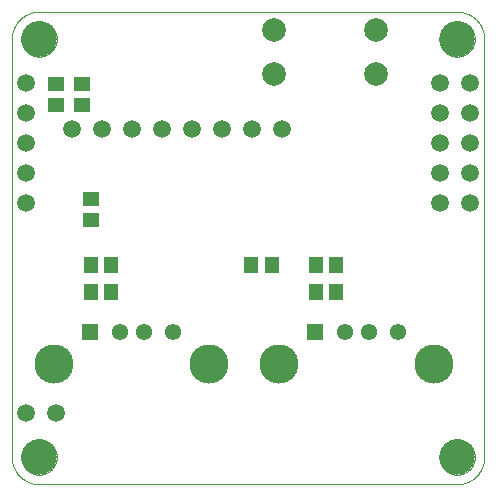
<source format=gbs>
G04 EAGLE Gerber RS-274X export*
G75*
%MOMM*%
%FSLAX34Y34*%
%LPD*%
%INSolder Stop Mask Bottom*%
%IPPOS*%
%AMOC8*
5,1,8,0,0,1.08239X$1,22.5*%
G01*
G04 Define Apertures*
%ADD10C,0.000000*%
%ADD11R,1.380000X1.380000*%
%ADD12C,1.380000*%
%ADD13C,3.316000*%
%ADD14C,1.500000*%
%ADD15C,3.000000*%
%ADD16C,2.010000*%
%ADD17R,1.164600X1.465300*%
%ADD18R,1.465300X1.164600*%
D10*
X23000Y400000D02*
X22444Y399993D01*
X21889Y399973D01*
X21334Y399940D01*
X20780Y399893D01*
X20228Y399832D01*
X19677Y399759D01*
X19128Y399672D01*
X18581Y399572D01*
X18037Y399458D01*
X17496Y399332D01*
X16958Y399192D01*
X16423Y399040D01*
X15893Y398874D01*
X15366Y398696D01*
X14844Y398505D01*
X14327Y398302D01*
X13815Y398086D01*
X13308Y397858D01*
X12807Y397618D01*
X12311Y397365D01*
X11822Y397101D01*
X11340Y396825D01*
X10864Y396538D01*
X10396Y396239D01*
X9935Y395929D01*
X9481Y395607D01*
X9035Y395275D01*
X8598Y394933D01*
X8169Y394579D01*
X7748Y394216D01*
X7337Y393842D01*
X6934Y393459D01*
X6541Y393066D01*
X6158Y392663D01*
X5784Y392252D01*
X5421Y391831D01*
X5067Y391402D01*
X4725Y390965D01*
X4393Y390519D01*
X4071Y390065D01*
X3761Y389604D01*
X3462Y389136D01*
X3175Y388660D01*
X2899Y388178D01*
X2635Y387689D01*
X2382Y387193D01*
X2142Y386692D01*
X1914Y386185D01*
X1698Y385673D01*
X1495Y385156D01*
X1304Y384634D01*
X1126Y384107D01*
X960Y383577D01*
X808Y383042D01*
X668Y382504D01*
X542Y381963D01*
X428Y381419D01*
X328Y380872D01*
X241Y380323D01*
X168Y379772D01*
X107Y379220D01*
X60Y378666D01*
X27Y378111D01*
X7Y377556D01*
X0Y377000D01*
X23000Y400000D02*
X377000Y400000D01*
X377556Y399993D01*
X378111Y399973D01*
X378666Y399940D01*
X379220Y399893D01*
X379772Y399832D01*
X380323Y399759D01*
X380872Y399672D01*
X381419Y399572D01*
X381963Y399458D01*
X382504Y399332D01*
X383042Y399192D01*
X383577Y399040D01*
X384107Y398874D01*
X384634Y398696D01*
X385156Y398505D01*
X385673Y398302D01*
X386185Y398086D01*
X386692Y397858D01*
X387193Y397618D01*
X387689Y397365D01*
X388178Y397101D01*
X388660Y396825D01*
X389136Y396538D01*
X389604Y396239D01*
X390065Y395929D01*
X390519Y395607D01*
X390965Y395275D01*
X391402Y394933D01*
X391831Y394579D01*
X392252Y394216D01*
X392663Y393842D01*
X393066Y393459D01*
X393459Y393066D01*
X393842Y392663D01*
X394216Y392252D01*
X394579Y391831D01*
X394933Y391402D01*
X395275Y390965D01*
X395607Y390519D01*
X395929Y390065D01*
X396239Y389604D01*
X396538Y389136D01*
X396825Y388660D01*
X397101Y388178D01*
X397365Y387689D01*
X397618Y387193D01*
X397858Y386692D01*
X398086Y386185D01*
X398302Y385673D01*
X398505Y385156D01*
X398696Y384634D01*
X398874Y384107D01*
X399040Y383577D01*
X399192Y383042D01*
X399332Y382504D01*
X399458Y381963D01*
X399572Y381419D01*
X399672Y380872D01*
X399759Y380323D01*
X399832Y379772D01*
X399893Y379220D01*
X399940Y378666D01*
X399973Y378111D01*
X399993Y377556D01*
X400000Y377000D01*
X400000Y23000D01*
X399993Y22444D01*
X399973Y21889D01*
X399940Y21334D01*
X399893Y20780D01*
X399832Y20228D01*
X399759Y19677D01*
X399672Y19128D01*
X399572Y18581D01*
X399458Y18037D01*
X399332Y17496D01*
X399192Y16958D01*
X399040Y16423D01*
X398874Y15893D01*
X398696Y15366D01*
X398505Y14844D01*
X398302Y14327D01*
X398086Y13815D01*
X397858Y13308D01*
X397618Y12807D01*
X397365Y12311D01*
X397101Y11822D01*
X396825Y11340D01*
X396538Y10864D01*
X396239Y10396D01*
X395929Y9935D01*
X395607Y9481D01*
X395275Y9035D01*
X394933Y8598D01*
X394579Y8169D01*
X394216Y7748D01*
X393842Y7337D01*
X393459Y6934D01*
X393066Y6541D01*
X392663Y6158D01*
X392252Y5784D01*
X391831Y5421D01*
X391402Y5067D01*
X390965Y4725D01*
X390519Y4393D01*
X390065Y4071D01*
X389604Y3761D01*
X389136Y3462D01*
X388660Y3175D01*
X388178Y2899D01*
X387689Y2635D01*
X387193Y2382D01*
X386692Y2142D01*
X386185Y1914D01*
X385673Y1698D01*
X385156Y1495D01*
X384634Y1304D01*
X384107Y1126D01*
X383577Y960D01*
X383042Y808D01*
X382504Y668D01*
X381963Y542D01*
X381419Y428D01*
X380872Y328D01*
X380323Y241D01*
X379772Y168D01*
X379220Y107D01*
X378666Y60D01*
X378111Y27D01*
X377556Y7D01*
X377000Y0D01*
X23000Y0D01*
X22444Y7D01*
X21889Y27D01*
X21334Y60D01*
X20780Y107D01*
X20228Y168D01*
X19677Y241D01*
X19128Y328D01*
X18581Y428D01*
X18037Y542D01*
X17496Y668D01*
X16958Y808D01*
X16423Y960D01*
X15893Y1126D01*
X15366Y1304D01*
X14844Y1495D01*
X14327Y1698D01*
X13815Y1914D01*
X13308Y2142D01*
X12807Y2382D01*
X12311Y2635D01*
X11822Y2899D01*
X11340Y3175D01*
X10864Y3462D01*
X10396Y3761D01*
X9935Y4071D01*
X9481Y4393D01*
X9035Y4725D01*
X8598Y5067D01*
X8169Y5421D01*
X7748Y5784D01*
X7337Y6158D01*
X6934Y6541D01*
X6541Y6934D01*
X6158Y7337D01*
X5784Y7748D01*
X5421Y8169D01*
X5067Y8598D01*
X4725Y9035D01*
X4393Y9481D01*
X4071Y9935D01*
X3761Y10396D01*
X3462Y10864D01*
X3175Y11340D01*
X2899Y11822D01*
X2635Y12311D01*
X2382Y12807D01*
X2142Y13308D01*
X1914Y13815D01*
X1698Y14327D01*
X1495Y14844D01*
X1304Y15366D01*
X1126Y15893D01*
X960Y16423D01*
X808Y16958D01*
X668Y17496D01*
X542Y18037D01*
X428Y18581D01*
X328Y19128D01*
X241Y19677D01*
X168Y20228D01*
X107Y20780D01*
X60Y21334D01*
X27Y21889D01*
X7Y22444D01*
X0Y23000D01*
X0Y377000D01*
D11*
X257100Y128700D03*
D12*
X282100Y128700D03*
X302100Y128700D03*
X327100Y128700D03*
D13*
X226400Y101600D03*
X357800Y101600D03*
D11*
X66600Y128700D03*
D12*
X91600Y128700D03*
X111600Y128700D03*
X136600Y128700D03*
D13*
X35900Y101600D03*
X167300Y101600D03*
D14*
X12000Y339700D03*
X12000Y314300D03*
X12000Y288900D03*
X12000Y263500D03*
X12000Y238100D03*
X12000Y60300D03*
X37400Y60300D03*
X362300Y339700D03*
X387700Y339700D03*
X362300Y314300D03*
X387700Y314300D03*
X362300Y288900D03*
X387700Y288900D03*
X387700Y263500D03*
X362300Y238100D03*
X387700Y238100D03*
D10*
X8000Y23000D02*
X8005Y23368D01*
X8018Y23736D01*
X8041Y24103D01*
X8072Y24470D01*
X8113Y24836D01*
X8162Y25201D01*
X8221Y25564D01*
X8288Y25926D01*
X8364Y26287D01*
X8450Y26645D01*
X8543Y27001D01*
X8646Y27354D01*
X8757Y27705D01*
X8877Y28053D01*
X9005Y28398D01*
X9142Y28740D01*
X9287Y29079D01*
X9440Y29413D01*
X9602Y29744D01*
X9771Y30071D01*
X9949Y30393D01*
X10134Y30712D01*
X10327Y31025D01*
X10528Y31334D01*
X10736Y31637D01*
X10952Y31935D01*
X11175Y32228D01*
X11405Y32516D01*
X11642Y32798D01*
X11886Y33073D01*
X12136Y33343D01*
X12393Y33607D01*
X12657Y33864D01*
X12927Y34114D01*
X13202Y34358D01*
X13484Y34595D01*
X13772Y34825D01*
X14065Y35048D01*
X14363Y35264D01*
X14666Y35472D01*
X14975Y35673D01*
X15288Y35866D01*
X15607Y36051D01*
X15929Y36229D01*
X16256Y36398D01*
X16587Y36560D01*
X16921Y36713D01*
X17260Y36858D01*
X17602Y36995D01*
X17947Y37123D01*
X18295Y37243D01*
X18646Y37354D01*
X18999Y37457D01*
X19355Y37550D01*
X19713Y37636D01*
X20074Y37712D01*
X20436Y37779D01*
X20799Y37838D01*
X21164Y37887D01*
X21530Y37928D01*
X21897Y37959D01*
X22264Y37982D01*
X22632Y37995D01*
X23000Y38000D01*
X23368Y37995D01*
X23736Y37982D01*
X24103Y37959D01*
X24470Y37928D01*
X24836Y37887D01*
X25201Y37838D01*
X25564Y37779D01*
X25926Y37712D01*
X26287Y37636D01*
X26645Y37550D01*
X27001Y37457D01*
X27354Y37354D01*
X27705Y37243D01*
X28053Y37123D01*
X28398Y36995D01*
X28740Y36858D01*
X29079Y36713D01*
X29413Y36560D01*
X29744Y36398D01*
X30071Y36229D01*
X30393Y36051D01*
X30712Y35866D01*
X31025Y35673D01*
X31334Y35472D01*
X31637Y35264D01*
X31935Y35048D01*
X32228Y34825D01*
X32516Y34595D01*
X32798Y34358D01*
X33073Y34114D01*
X33343Y33864D01*
X33607Y33607D01*
X33864Y33343D01*
X34114Y33073D01*
X34358Y32798D01*
X34595Y32516D01*
X34825Y32228D01*
X35048Y31935D01*
X35264Y31637D01*
X35472Y31334D01*
X35673Y31025D01*
X35866Y30712D01*
X36051Y30393D01*
X36229Y30071D01*
X36398Y29744D01*
X36560Y29413D01*
X36713Y29079D01*
X36858Y28740D01*
X36995Y28398D01*
X37123Y28053D01*
X37243Y27705D01*
X37354Y27354D01*
X37457Y27001D01*
X37550Y26645D01*
X37636Y26287D01*
X37712Y25926D01*
X37779Y25564D01*
X37838Y25201D01*
X37887Y24836D01*
X37928Y24470D01*
X37959Y24103D01*
X37982Y23736D01*
X37995Y23368D01*
X38000Y23000D01*
X37995Y22632D01*
X37982Y22264D01*
X37959Y21897D01*
X37928Y21530D01*
X37887Y21164D01*
X37838Y20799D01*
X37779Y20436D01*
X37712Y20074D01*
X37636Y19713D01*
X37550Y19355D01*
X37457Y18999D01*
X37354Y18646D01*
X37243Y18295D01*
X37123Y17947D01*
X36995Y17602D01*
X36858Y17260D01*
X36713Y16921D01*
X36560Y16587D01*
X36398Y16256D01*
X36229Y15929D01*
X36051Y15607D01*
X35866Y15288D01*
X35673Y14975D01*
X35472Y14666D01*
X35264Y14363D01*
X35048Y14065D01*
X34825Y13772D01*
X34595Y13484D01*
X34358Y13202D01*
X34114Y12927D01*
X33864Y12657D01*
X33607Y12393D01*
X33343Y12136D01*
X33073Y11886D01*
X32798Y11642D01*
X32516Y11405D01*
X32228Y11175D01*
X31935Y10952D01*
X31637Y10736D01*
X31334Y10528D01*
X31025Y10327D01*
X30712Y10134D01*
X30393Y9949D01*
X30071Y9771D01*
X29744Y9602D01*
X29413Y9440D01*
X29079Y9287D01*
X28740Y9142D01*
X28398Y9005D01*
X28053Y8877D01*
X27705Y8757D01*
X27354Y8646D01*
X27001Y8543D01*
X26645Y8450D01*
X26287Y8364D01*
X25926Y8288D01*
X25564Y8221D01*
X25201Y8162D01*
X24836Y8113D01*
X24470Y8072D01*
X24103Y8041D01*
X23736Y8018D01*
X23368Y8005D01*
X23000Y8000D01*
X22632Y8005D01*
X22264Y8018D01*
X21897Y8041D01*
X21530Y8072D01*
X21164Y8113D01*
X20799Y8162D01*
X20436Y8221D01*
X20074Y8288D01*
X19713Y8364D01*
X19355Y8450D01*
X18999Y8543D01*
X18646Y8646D01*
X18295Y8757D01*
X17947Y8877D01*
X17602Y9005D01*
X17260Y9142D01*
X16921Y9287D01*
X16587Y9440D01*
X16256Y9602D01*
X15929Y9771D01*
X15607Y9949D01*
X15288Y10134D01*
X14975Y10327D01*
X14666Y10528D01*
X14363Y10736D01*
X14065Y10952D01*
X13772Y11175D01*
X13484Y11405D01*
X13202Y11642D01*
X12927Y11886D01*
X12657Y12136D01*
X12393Y12393D01*
X12136Y12657D01*
X11886Y12927D01*
X11642Y13202D01*
X11405Y13484D01*
X11175Y13772D01*
X10952Y14065D01*
X10736Y14363D01*
X10528Y14666D01*
X10327Y14975D01*
X10134Y15288D01*
X9949Y15607D01*
X9771Y15929D01*
X9602Y16256D01*
X9440Y16587D01*
X9287Y16921D01*
X9142Y17260D01*
X9005Y17602D01*
X8877Y17947D01*
X8757Y18295D01*
X8646Y18646D01*
X8543Y18999D01*
X8450Y19355D01*
X8364Y19713D01*
X8288Y20074D01*
X8221Y20436D01*
X8162Y20799D01*
X8113Y21164D01*
X8072Y21530D01*
X8041Y21897D01*
X8018Y22264D01*
X8005Y22632D01*
X8000Y23000D01*
D15*
X23000Y23000D03*
D10*
X8000Y377000D02*
X8005Y377368D01*
X8018Y377736D01*
X8041Y378103D01*
X8072Y378470D01*
X8113Y378836D01*
X8162Y379201D01*
X8221Y379564D01*
X8288Y379926D01*
X8364Y380287D01*
X8450Y380645D01*
X8543Y381001D01*
X8646Y381354D01*
X8757Y381705D01*
X8877Y382053D01*
X9005Y382398D01*
X9142Y382740D01*
X9287Y383079D01*
X9440Y383413D01*
X9602Y383744D01*
X9771Y384071D01*
X9949Y384393D01*
X10134Y384712D01*
X10327Y385025D01*
X10528Y385334D01*
X10736Y385637D01*
X10952Y385935D01*
X11175Y386228D01*
X11405Y386516D01*
X11642Y386798D01*
X11886Y387073D01*
X12136Y387343D01*
X12393Y387607D01*
X12657Y387864D01*
X12927Y388114D01*
X13202Y388358D01*
X13484Y388595D01*
X13772Y388825D01*
X14065Y389048D01*
X14363Y389264D01*
X14666Y389472D01*
X14975Y389673D01*
X15288Y389866D01*
X15607Y390051D01*
X15929Y390229D01*
X16256Y390398D01*
X16587Y390560D01*
X16921Y390713D01*
X17260Y390858D01*
X17602Y390995D01*
X17947Y391123D01*
X18295Y391243D01*
X18646Y391354D01*
X18999Y391457D01*
X19355Y391550D01*
X19713Y391636D01*
X20074Y391712D01*
X20436Y391779D01*
X20799Y391838D01*
X21164Y391887D01*
X21530Y391928D01*
X21897Y391959D01*
X22264Y391982D01*
X22632Y391995D01*
X23000Y392000D01*
X23368Y391995D01*
X23736Y391982D01*
X24103Y391959D01*
X24470Y391928D01*
X24836Y391887D01*
X25201Y391838D01*
X25564Y391779D01*
X25926Y391712D01*
X26287Y391636D01*
X26645Y391550D01*
X27001Y391457D01*
X27354Y391354D01*
X27705Y391243D01*
X28053Y391123D01*
X28398Y390995D01*
X28740Y390858D01*
X29079Y390713D01*
X29413Y390560D01*
X29744Y390398D01*
X30071Y390229D01*
X30393Y390051D01*
X30712Y389866D01*
X31025Y389673D01*
X31334Y389472D01*
X31637Y389264D01*
X31935Y389048D01*
X32228Y388825D01*
X32516Y388595D01*
X32798Y388358D01*
X33073Y388114D01*
X33343Y387864D01*
X33607Y387607D01*
X33864Y387343D01*
X34114Y387073D01*
X34358Y386798D01*
X34595Y386516D01*
X34825Y386228D01*
X35048Y385935D01*
X35264Y385637D01*
X35472Y385334D01*
X35673Y385025D01*
X35866Y384712D01*
X36051Y384393D01*
X36229Y384071D01*
X36398Y383744D01*
X36560Y383413D01*
X36713Y383079D01*
X36858Y382740D01*
X36995Y382398D01*
X37123Y382053D01*
X37243Y381705D01*
X37354Y381354D01*
X37457Y381001D01*
X37550Y380645D01*
X37636Y380287D01*
X37712Y379926D01*
X37779Y379564D01*
X37838Y379201D01*
X37887Y378836D01*
X37928Y378470D01*
X37959Y378103D01*
X37982Y377736D01*
X37995Y377368D01*
X38000Y377000D01*
X37995Y376632D01*
X37982Y376264D01*
X37959Y375897D01*
X37928Y375530D01*
X37887Y375164D01*
X37838Y374799D01*
X37779Y374436D01*
X37712Y374074D01*
X37636Y373713D01*
X37550Y373355D01*
X37457Y372999D01*
X37354Y372646D01*
X37243Y372295D01*
X37123Y371947D01*
X36995Y371602D01*
X36858Y371260D01*
X36713Y370921D01*
X36560Y370587D01*
X36398Y370256D01*
X36229Y369929D01*
X36051Y369607D01*
X35866Y369288D01*
X35673Y368975D01*
X35472Y368666D01*
X35264Y368363D01*
X35048Y368065D01*
X34825Y367772D01*
X34595Y367484D01*
X34358Y367202D01*
X34114Y366927D01*
X33864Y366657D01*
X33607Y366393D01*
X33343Y366136D01*
X33073Y365886D01*
X32798Y365642D01*
X32516Y365405D01*
X32228Y365175D01*
X31935Y364952D01*
X31637Y364736D01*
X31334Y364528D01*
X31025Y364327D01*
X30712Y364134D01*
X30393Y363949D01*
X30071Y363771D01*
X29744Y363602D01*
X29413Y363440D01*
X29079Y363287D01*
X28740Y363142D01*
X28398Y363005D01*
X28053Y362877D01*
X27705Y362757D01*
X27354Y362646D01*
X27001Y362543D01*
X26645Y362450D01*
X26287Y362364D01*
X25926Y362288D01*
X25564Y362221D01*
X25201Y362162D01*
X24836Y362113D01*
X24470Y362072D01*
X24103Y362041D01*
X23736Y362018D01*
X23368Y362005D01*
X23000Y362000D01*
X22632Y362005D01*
X22264Y362018D01*
X21897Y362041D01*
X21530Y362072D01*
X21164Y362113D01*
X20799Y362162D01*
X20436Y362221D01*
X20074Y362288D01*
X19713Y362364D01*
X19355Y362450D01*
X18999Y362543D01*
X18646Y362646D01*
X18295Y362757D01*
X17947Y362877D01*
X17602Y363005D01*
X17260Y363142D01*
X16921Y363287D01*
X16587Y363440D01*
X16256Y363602D01*
X15929Y363771D01*
X15607Y363949D01*
X15288Y364134D01*
X14975Y364327D01*
X14666Y364528D01*
X14363Y364736D01*
X14065Y364952D01*
X13772Y365175D01*
X13484Y365405D01*
X13202Y365642D01*
X12927Y365886D01*
X12657Y366136D01*
X12393Y366393D01*
X12136Y366657D01*
X11886Y366927D01*
X11642Y367202D01*
X11405Y367484D01*
X11175Y367772D01*
X10952Y368065D01*
X10736Y368363D01*
X10528Y368666D01*
X10327Y368975D01*
X10134Y369288D01*
X9949Y369607D01*
X9771Y369929D01*
X9602Y370256D01*
X9440Y370587D01*
X9287Y370921D01*
X9142Y371260D01*
X9005Y371602D01*
X8877Y371947D01*
X8757Y372295D01*
X8646Y372646D01*
X8543Y372999D01*
X8450Y373355D01*
X8364Y373713D01*
X8288Y374074D01*
X8221Y374436D01*
X8162Y374799D01*
X8113Y375164D01*
X8072Y375530D01*
X8041Y375897D01*
X8018Y376264D01*
X8005Y376632D01*
X8000Y377000D01*
D15*
X23000Y377000D03*
D10*
X362000Y23000D02*
X362005Y23368D01*
X362018Y23736D01*
X362041Y24103D01*
X362072Y24470D01*
X362113Y24836D01*
X362162Y25201D01*
X362221Y25564D01*
X362288Y25926D01*
X362364Y26287D01*
X362450Y26645D01*
X362543Y27001D01*
X362646Y27354D01*
X362757Y27705D01*
X362877Y28053D01*
X363005Y28398D01*
X363142Y28740D01*
X363287Y29079D01*
X363440Y29413D01*
X363602Y29744D01*
X363771Y30071D01*
X363949Y30393D01*
X364134Y30712D01*
X364327Y31025D01*
X364528Y31334D01*
X364736Y31637D01*
X364952Y31935D01*
X365175Y32228D01*
X365405Y32516D01*
X365642Y32798D01*
X365886Y33073D01*
X366136Y33343D01*
X366393Y33607D01*
X366657Y33864D01*
X366927Y34114D01*
X367202Y34358D01*
X367484Y34595D01*
X367772Y34825D01*
X368065Y35048D01*
X368363Y35264D01*
X368666Y35472D01*
X368975Y35673D01*
X369288Y35866D01*
X369607Y36051D01*
X369929Y36229D01*
X370256Y36398D01*
X370587Y36560D01*
X370921Y36713D01*
X371260Y36858D01*
X371602Y36995D01*
X371947Y37123D01*
X372295Y37243D01*
X372646Y37354D01*
X372999Y37457D01*
X373355Y37550D01*
X373713Y37636D01*
X374074Y37712D01*
X374436Y37779D01*
X374799Y37838D01*
X375164Y37887D01*
X375530Y37928D01*
X375897Y37959D01*
X376264Y37982D01*
X376632Y37995D01*
X377000Y38000D01*
X377368Y37995D01*
X377736Y37982D01*
X378103Y37959D01*
X378470Y37928D01*
X378836Y37887D01*
X379201Y37838D01*
X379564Y37779D01*
X379926Y37712D01*
X380287Y37636D01*
X380645Y37550D01*
X381001Y37457D01*
X381354Y37354D01*
X381705Y37243D01*
X382053Y37123D01*
X382398Y36995D01*
X382740Y36858D01*
X383079Y36713D01*
X383413Y36560D01*
X383744Y36398D01*
X384071Y36229D01*
X384393Y36051D01*
X384712Y35866D01*
X385025Y35673D01*
X385334Y35472D01*
X385637Y35264D01*
X385935Y35048D01*
X386228Y34825D01*
X386516Y34595D01*
X386798Y34358D01*
X387073Y34114D01*
X387343Y33864D01*
X387607Y33607D01*
X387864Y33343D01*
X388114Y33073D01*
X388358Y32798D01*
X388595Y32516D01*
X388825Y32228D01*
X389048Y31935D01*
X389264Y31637D01*
X389472Y31334D01*
X389673Y31025D01*
X389866Y30712D01*
X390051Y30393D01*
X390229Y30071D01*
X390398Y29744D01*
X390560Y29413D01*
X390713Y29079D01*
X390858Y28740D01*
X390995Y28398D01*
X391123Y28053D01*
X391243Y27705D01*
X391354Y27354D01*
X391457Y27001D01*
X391550Y26645D01*
X391636Y26287D01*
X391712Y25926D01*
X391779Y25564D01*
X391838Y25201D01*
X391887Y24836D01*
X391928Y24470D01*
X391959Y24103D01*
X391982Y23736D01*
X391995Y23368D01*
X392000Y23000D01*
X391995Y22632D01*
X391982Y22264D01*
X391959Y21897D01*
X391928Y21530D01*
X391887Y21164D01*
X391838Y20799D01*
X391779Y20436D01*
X391712Y20074D01*
X391636Y19713D01*
X391550Y19355D01*
X391457Y18999D01*
X391354Y18646D01*
X391243Y18295D01*
X391123Y17947D01*
X390995Y17602D01*
X390858Y17260D01*
X390713Y16921D01*
X390560Y16587D01*
X390398Y16256D01*
X390229Y15929D01*
X390051Y15607D01*
X389866Y15288D01*
X389673Y14975D01*
X389472Y14666D01*
X389264Y14363D01*
X389048Y14065D01*
X388825Y13772D01*
X388595Y13484D01*
X388358Y13202D01*
X388114Y12927D01*
X387864Y12657D01*
X387607Y12393D01*
X387343Y12136D01*
X387073Y11886D01*
X386798Y11642D01*
X386516Y11405D01*
X386228Y11175D01*
X385935Y10952D01*
X385637Y10736D01*
X385334Y10528D01*
X385025Y10327D01*
X384712Y10134D01*
X384393Y9949D01*
X384071Y9771D01*
X383744Y9602D01*
X383413Y9440D01*
X383079Y9287D01*
X382740Y9142D01*
X382398Y9005D01*
X382053Y8877D01*
X381705Y8757D01*
X381354Y8646D01*
X381001Y8543D01*
X380645Y8450D01*
X380287Y8364D01*
X379926Y8288D01*
X379564Y8221D01*
X379201Y8162D01*
X378836Y8113D01*
X378470Y8072D01*
X378103Y8041D01*
X377736Y8018D01*
X377368Y8005D01*
X377000Y8000D01*
X376632Y8005D01*
X376264Y8018D01*
X375897Y8041D01*
X375530Y8072D01*
X375164Y8113D01*
X374799Y8162D01*
X374436Y8221D01*
X374074Y8288D01*
X373713Y8364D01*
X373355Y8450D01*
X372999Y8543D01*
X372646Y8646D01*
X372295Y8757D01*
X371947Y8877D01*
X371602Y9005D01*
X371260Y9142D01*
X370921Y9287D01*
X370587Y9440D01*
X370256Y9602D01*
X369929Y9771D01*
X369607Y9949D01*
X369288Y10134D01*
X368975Y10327D01*
X368666Y10528D01*
X368363Y10736D01*
X368065Y10952D01*
X367772Y11175D01*
X367484Y11405D01*
X367202Y11642D01*
X366927Y11886D01*
X366657Y12136D01*
X366393Y12393D01*
X366136Y12657D01*
X365886Y12927D01*
X365642Y13202D01*
X365405Y13484D01*
X365175Y13772D01*
X364952Y14065D01*
X364736Y14363D01*
X364528Y14666D01*
X364327Y14975D01*
X364134Y15288D01*
X363949Y15607D01*
X363771Y15929D01*
X363602Y16256D01*
X363440Y16587D01*
X363287Y16921D01*
X363142Y17260D01*
X363005Y17602D01*
X362877Y17947D01*
X362757Y18295D01*
X362646Y18646D01*
X362543Y18999D01*
X362450Y19355D01*
X362364Y19713D01*
X362288Y20074D01*
X362221Y20436D01*
X362162Y20799D01*
X362113Y21164D01*
X362072Y21530D01*
X362041Y21897D01*
X362018Y22264D01*
X362005Y22632D01*
X362000Y23000D01*
D15*
X377000Y23000D03*
D10*
X362000Y377000D02*
X362005Y377368D01*
X362018Y377736D01*
X362041Y378103D01*
X362072Y378470D01*
X362113Y378836D01*
X362162Y379201D01*
X362221Y379564D01*
X362288Y379926D01*
X362364Y380287D01*
X362450Y380645D01*
X362543Y381001D01*
X362646Y381354D01*
X362757Y381705D01*
X362877Y382053D01*
X363005Y382398D01*
X363142Y382740D01*
X363287Y383079D01*
X363440Y383413D01*
X363602Y383744D01*
X363771Y384071D01*
X363949Y384393D01*
X364134Y384712D01*
X364327Y385025D01*
X364528Y385334D01*
X364736Y385637D01*
X364952Y385935D01*
X365175Y386228D01*
X365405Y386516D01*
X365642Y386798D01*
X365886Y387073D01*
X366136Y387343D01*
X366393Y387607D01*
X366657Y387864D01*
X366927Y388114D01*
X367202Y388358D01*
X367484Y388595D01*
X367772Y388825D01*
X368065Y389048D01*
X368363Y389264D01*
X368666Y389472D01*
X368975Y389673D01*
X369288Y389866D01*
X369607Y390051D01*
X369929Y390229D01*
X370256Y390398D01*
X370587Y390560D01*
X370921Y390713D01*
X371260Y390858D01*
X371602Y390995D01*
X371947Y391123D01*
X372295Y391243D01*
X372646Y391354D01*
X372999Y391457D01*
X373355Y391550D01*
X373713Y391636D01*
X374074Y391712D01*
X374436Y391779D01*
X374799Y391838D01*
X375164Y391887D01*
X375530Y391928D01*
X375897Y391959D01*
X376264Y391982D01*
X376632Y391995D01*
X377000Y392000D01*
X377368Y391995D01*
X377736Y391982D01*
X378103Y391959D01*
X378470Y391928D01*
X378836Y391887D01*
X379201Y391838D01*
X379564Y391779D01*
X379926Y391712D01*
X380287Y391636D01*
X380645Y391550D01*
X381001Y391457D01*
X381354Y391354D01*
X381705Y391243D01*
X382053Y391123D01*
X382398Y390995D01*
X382740Y390858D01*
X383079Y390713D01*
X383413Y390560D01*
X383744Y390398D01*
X384071Y390229D01*
X384393Y390051D01*
X384712Y389866D01*
X385025Y389673D01*
X385334Y389472D01*
X385637Y389264D01*
X385935Y389048D01*
X386228Y388825D01*
X386516Y388595D01*
X386798Y388358D01*
X387073Y388114D01*
X387343Y387864D01*
X387607Y387607D01*
X387864Y387343D01*
X388114Y387073D01*
X388358Y386798D01*
X388595Y386516D01*
X388825Y386228D01*
X389048Y385935D01*
X389264Y385637D01*
X389472Y385334D01*
X389673Y385025D01*
X389866Y384712D01*
X390051Y384393D01*
X390229Y384071D01*
X390398Y383744D01*
X390560Y383413D01*
X390713Y383079D01*
X390858Y382740D01*
X390995Y382398D01*
X391123Y382053D01*
X391243Y381705D01*
X391354Y381354D01*
X391457Y381001D01*
X391550Y380645D01*
X391636Y380287D01*
X391712Y379926D01*
X391779Y379564D01*
X391838Y379201D01*
X391887Y378836D01*
X391928Y378470D01*
X391959Y378103D01*
X391982Y377736D01*
X391995Y377368D01*
X392000Y377000D01*
X391995Y376632D01*
X391982Y376264D01*
X391959Y375897D01*
X391928Y375530D01*
X391887Y375164D01*
X391838Y374799D01*
X391779Y374436D01*
X391712Y374074D01*
X391636Y373713D01*
X391550Y373355D01*
X391457Y372999D01*
X391354Y372646D01*
X391243Y372295D01*
X391123Y371947D01*
X390995Y371602D01*
X390858Y371260D01*
X390713Y370921D01*
X390560Y370587D01*
X390398Y370256D01*
X390229Y369929D01*
X390051Y369607D01*
X389866Y369288D01*
X389673Y368975D01*
X389472Y368666D01*
X389264Y368363D01*
X389048Y368065D01*
X388825Y367772D01*
X388595Y367484D01*
X388358Y367202D01*
X388114Y366927D01*
X387864Y366657D01*
X387607Y366393D01*
X387343Y366136D01*
X387073Y365886D01*
X386798Y365642D01*
X386516Y365405D01*
X386228Y365175D01*
X385935Y364952D01*
X385637Y364736D01*
X385334Y364528D01*
X385025Y364327D01*
X384712Y364134D01*
X384393Y363949D01*
X384071Y363771D01*
X383744Y363602D01*
X383413Y363440D01*
X383079Y363287D01*
X382740Y363142D01*
X382398Y363005D01*
X382053Y362877D01*
X381705Y362757D01*
X381354Y362646D01*
X381001Y362543D01*
X380645Y362450D01*
X380287Y362364D01*
X379926Y362288D01*
X379564Y362221D01*
X379201Y362162D01*
X378836Y362113D01*
X378470Y362072D01*
X378103Y362041D01*
X377736Y362018D01*
X377368Y362005D01*
X377000Y362000D01*
X376632Y362005D01*
X376264Y362018D01*
X375897Y362041D01*
X375530Y362072D01*
X375164Y362113D01*
X374799Y362162D01*
X374436Y362221D01*
X374074Y362288D01*
X373713Y362364D01*
X373355Y362450D01*
X372999Y362543D01*
X372646Y362646D01*
X372295Y362757D01*
X371947Y362877D01*
X371602Y363005D01*
X371260Y363142D01*
X370921Y363287D01*
X370587Y363440D01*
X370256Y363602D01*
X369929Y363771D01*
X369607Y363949D01*
X369288Y364134D01*
X368975Y364327D01*
X368666Y364528D01*
X368363Y364736D01*
X368065Y364952D01*
X367772Y365175D01*
X367484Y365405D01*
X367202Y365642D01*
X366927Y365886D01*
X366657Y366136D01*
X366393Y366393D01*
X366136Y366657D01*
X365886Y366927D01*
X365642Y367202D01*
X365405Y367484D01*
X365175Y367772D01*
X364952Y368065D01*
X364736Y368363D01*
X364528Y368666D01*
X364327Y368975D01*
X364134Y369288D01*
X363949Y369607D01*
X363771Y369929D01*
X363602Y370256D01*
X363440Y370587D01*
X363287Y370921D01*
X363142Y371260D01*
X363005Y371602D01*
X362877Y371947D01*
X362757Y372295D01*
X362646Y372646D01*
X362543Y372999D01*
X362450Y373355D01*
X362364Y373713D01*
X362288Y374074D01*
X362221Y374436D01*
X362162Y374799D01*
X362113Y375164D01*
X362072Y375530D01*
X362041Y375897D01*
X362018Y376264D01*
X362005Y376632D01*
X362000Y377000D01*
D15*
X377000Y377000D03*
D14*
X362300Y263500D03*
X50800Y300355D03*
X76200Y300355D03*
X101600Y300355D03*
X127000Y300355D03*
X152400Y300355D03*
X177800Y300355D03*
X203200Y300355D03*
X228600Y300355D03*
D16*
X307995Y384870D03*
X221595Y384870D03*
X307995Y346870D03*
X221595Y346870D03*
D17*
X66811Y185420D03*
X84319Y185420D03*
X66811Y162560D03*
X84319Y162560D03*
X257311Y185420D03*
X274819Y185420D03*
X257311Y162560D03*
X274819Y162560D03*
D18*
X37465Y321446D03*
X37465Y338954D03*
X59690Y321446D03*
X59690Y338954D03*
D17*
X202701Y185420D03*
X220209Y185420D03*
D18*
X66675Y241164D03*
X66675Y223656D03*
M02*

</source>
